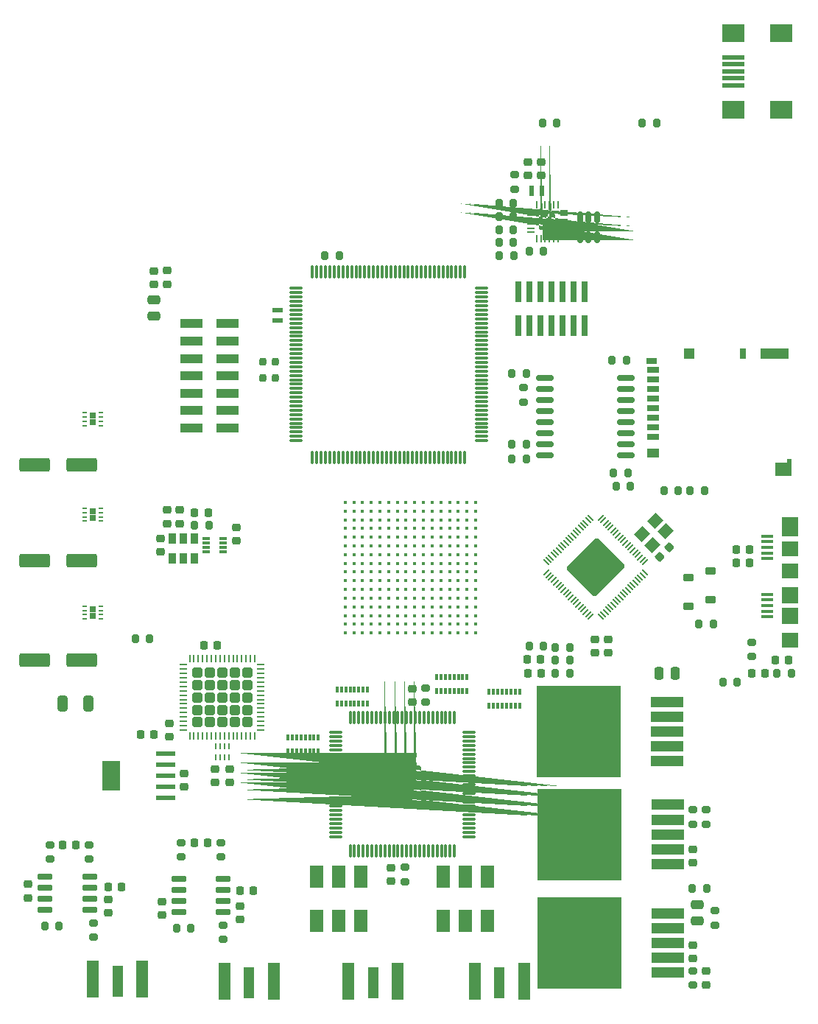
<source format=gbr>
%TF.GenerationSoftware,KiCad,Pcbnew,7.0.2*%
%TF.CreationDate,2024-03-22T17:28:18-04:00*%
%TF.ProjectId,MR-Core,4d522d43-6f72-4652-9e6b-696361645f70,rev?*%
%TF.SameCoordinates,Original*%
%TF.FileFunction,Paste,Top*%
%TF.FilePolarity,Positive*%
%FSLAX46Y46*%
G04 Gerber Fmt 4.6, Leading zero omitted, Abs format (unit mm)*
G04 Created by KiCad (PCBNEW 7.0.2) date 2024-03-22 17:28:18*
%MOMM*%
%LPD*%
G01*
G04 APERTURE LIST*
G04 Aperture macros list*
%AMRoundRect*
0 Rectangle with rounded corners*
0 $1 Rounding radius*
0 $2 $3 $4 $5 $6 $7 $8 $9 X,Y pos of 4 corners*
0 Add a 4 corners polygon primitive as box body*
4,1,4,$2,$3,$4,$5,$6,$7,$8,$9,$2,$3,0*
0 Add four circle primitives for the rounded corners*
1,1,$1+$1,$2,$3*
1,1,$1+$1,$4,$5*
1,1,$1+$1,$6,$7*
1,1,$1+$1,$8,$9*
0 Add four rect primitives between the rounded corners*
20,1,$1+$1,$2,$3,$4,$5,0*
20,1,$1+$1,$4,$5,$6,$7,0*
20,1,$1+$1,$6,$7,$8,$9,0*
20,1,$1+$1,$8,$9,$2,$3,0*%
%AMRotRect*
0 Rectangle, with rotation*
0 The origin of the aperture is its center*
0 $1 length*
0 $2 width*
0 $3 Rotation angle, in degrees counterclockwise*
0 Add horizontal line*
21,1,$1,$2,0,0,$3*%
%AMFreePoly0*
4,1,57,0.310454,0.500914,0.314650,0.501215,0.316895,0.499988,0.322751,0.499147,0.347130,0.483479,0.372568,0.469589,0.469589,0.372568,0.482119,0.355828,0.485300,0.353073,0.486021,0.350617,0.489565,0.345883,0.495723,0.317573,0.503891,0.289756,0.503891,-0.289756,0.500914,-0.310455,0.501215,-0.314651,0.499988,-0.316896,0.499147,-0.322751,0.483480,-0.347128,0.469589,-0.372568,
0.372568,-0.469589,0.355826,-0.482121,0.353073,-0.485300,0.350618,-0.486020,0.345883,-0.489566,0.317566,-0.495725,0.289756,-0.503891,-0.289756,-0.503891,-0.310455,-0.500914,-0.314651,-0.501215,-0.316896,-0.499988,-0.322751,-0.499147,-0.347128,-0.483480,-0.372568,-0.469589,-0.469589,-0.372568,-0.482121,-0.355826,-0.485300,-0.353073,-0.486020,-0.350618,-0.489566,-0.345883,-0.495725,-0.317566,
-0.503891,-0.289756,-0.503891,0.289756,-0.500914,0.310454,-0.501215,0.314650,-0.499988,0.316895,-0.499147,0.322751,-0.483479,0.347130,-0.469589,0.372568,-0.372568,0.469589,-0.355828,0.482119,-0.353073,0.485300,-0.350617,0.486021,-0.345883,0.489565,-0.317573,0.495723,-0.289756,0.503891,0.289756,0.503891,0.310454,0.500914,0.310454,0.500914,$1*%
%AMFreePoly1*
4,1,57,0.211049,0.458455,0.230584,0.458455,0.247503,0.448686,0.266375,0.443630,0.280189,0.429815,0.297109,0.420047,0.420048,0.297109,0.429817,0.280187,0.443630,0.266375,0.448686,0.247503,0.458455,0.230584,0.458455,0.211048,0.463512,0.192176,0.463512,-0.192176,0.458455,-0.211048,0.458455,-0.230584,0.448686,-0.247503,0.443630,-0.266375,0.429817,-0.280187,0.420048,-0.297109,
0.297109,-0.420047,0.280189,-0.429815,0.266375,-0.443630,0.247503,-0.448686,0.230584,-0.458455,0.211049,-0.458455,0.192176,-0.463512,-0.192176,-0.463512,-0.211049,-0.458455,-0.230584,-0.458455,-0.247503,-0.448686,-0.266375,-0.443630,-0.280187,-0.429817,-0.297109,-0.420048,-0.420047,-0.297109,-0.429815,-0.280189,-0.443630,-0.266375,-0.448686,-0.247503,-0.458455,-0.230584,-0.458455,-0.211048,
-0.463512,-0.192176,-0.463512,0.192176,-0.458455,0.211048,-0.458455,0.230584,-0.448686,0.247503,-0.443630,0.266375,-0.429815,0.280189,-0.420047,0.297109,-0.297109,0.420048,-0.280187,0.429817,-0.266375,0.443630,-0.247503,0.448686,-0.230584,0.458455,-0.211049,0.458455,-0.192176,0.463512,0.192176,0.463512,0.211049,0.458455,0.211049,0.458455,$1*%
G04 Aperture macros list end*
%ADD10RoundRect,0.225000X0.225000X0.250000X-0.225000X0.250000X-0.225000X-0.250000X0.225000X-0.250000X0*%
%ADD11R,3.700000X1.150000*%
%ADD12R,9.750000X10.500000*%
%ADD13RoundRect,0.150000X-0.875000X-0.150000X0.875000X-0.150000X0.875000X0.150000X-0.875000X0.150000X0*%
%ADD14RoundRect,0.200000X-0.200000X-0.275000X0.200000X-0.275000X0.200000X0.275000X-0.200000X0.275000X0*%
%ADD15RoundRect,0.200000X-0.275000X0.200000X-0.275000X-0.200000X0.275000X-0.200000X0.275000X0.200000X0*%
%ADD16R,1.400000X0.700000*%
%ADD17R,1.200000X0.700000*%
%ADD18R,0.800000X1.200000*%
%ADD19R,1.900000X1.500000*%
%ADD20RotRect,0.200000X0.200000X135.000000*%
%ADD21R,0.500000X0.500000*%
%ADD22R,1.400000X1.000000*%
%ADD23R,1.200000X1.200000*%
%ADD24R,3.200000X1.200000*%
%ADD25RoundRect,0.225000X-0.225000X-0.250000X0.225000X-0.250000X0.225000X0.250000X-0.225000X0.250000X0*%
%ADD26R,1.270000X3.600000*%
%ADD27R,1.350000X4.200000*%
%ADD28RoundRect,0.218750X-0.218750X-0.256250X0.218750X-0.256250X0.218750X0.256250X-0.218750X0.256250X0*%
%ADD29RoundRect,0.225000X-0.250000X0.225000X-0.250000X-0.225000X0.250000X-0.225000X0.250000X0.225000X0*%
%ADD30RoundRect,0.200000X0.275000X-0.200000X0.275000X0.200000X-0.275000X0.200000X-0.275000X-0.200000X0*%
%ADD31RoundRect,0.250000X0.475000X-0.250000X0.475000X0.250000X-0.475000X0.250000X-0.475000X-0.250000X0*%
%ADD32R,2.500000X0.500000*%
%ADD33R,2.500000X2.000000*%
%ADD34RoundRect,0.225000X0.017678X-0.335876X0.335876X-0.017678X-0.017678X0.335876X-0.335876X0.017678X0*%
%ADD35RoundRect,0.200000X0.200000X0.275000X-0.200000X0.275000X-0.200000X-0.275000X0.200000X-0.275000X0*%
%ADD36RoundRect,0.225000X0.250000X-0.225000X0.250000X0.225000X-0.250000X0.225000X-0.250000X-0.225000X0*%
%ADD37RoundRect,0.250000X-0.250000X-0.475000X0.250000X-0.475000X0.250000X0.475000X-0.250000X0.475000X0*%
%ADD38RoundRect,0.250000X1.500000X0.550000X-1.500000X0.550000X-1.500000X-0.550000X1.500000X-0.550000X0*%
%ADD39RoundRect,0.225000X0.375000X-0.225000X0.375000X0.225000X-0.375000X0.225000X-0.375000X-0.225000X0*%
%ADD40R,0.300000X0.800000*%
%ADD41RoundRect,0.250001X3.100662X0.144957X0.144957X3.100662X-3.100662X-0.144957X-0.144957X-3.100662X0*%
%ADD42RoundRect,0.050000X0.309359X-0.238649X-0.238649X0.309359X-0.309359X0.238649X0.238649X-0.309359X0*%
%ADD43RoundRect,0.050000X0.309359X0.238649X0.238649X0.309359X-0.309359X-0.238649X-0.238649X-0.309359X0*%
%ADD44R,0.600000X1.200000*%
%ADD45R,0.890000X1.290000*%
%ADD46FreePoly0,90.000000*%
%ADD47RoundRect,0.075000X0.075000X-0.662500X0.075000X0.662500X-0.075000X0.662500X-0.075000X-0.662500X0*%
%ADD48RoundRect,0.075000X0.662500X-0.075000X0.662500X0.075000X-0.662500X0.075000X-0.662500X-0.075000X0*%
%ADD49R,0.750000X0.650000*%
%ADD50R,0.500000X0.250000*%
%ADD51R,1.350000X0.400000*%
%ADD52R,1.900000X1.800000*%
%ADD53R,1.900000X1.900000*%
%ADD54R,1.900000X2.300000*%
%ADD55R,2.580000X1.000000*%
%ADD56RoundRect,0.200000X-0.200000X-0.250000X0.200000X-0.250000X0.200000X0.250000X-0.200000X0.250000X0*%
%ADD57RoundRect,0.218750X-0.256250X0.218750X-0.256250X-0.218750X0.256250X-0.218750X0.256250X0.218750X0*%
%ADD58RoundRect,0.218750X0.218750X0.256250X-0.218750X0.256250X-0.218750X-0.256250X0.218750X-0.256250X0*%
%ADD59R,1.200000X0.600000*%
%ADD60R,0.280000X0.640000*%
%ADD61RoundRect,0.150000X0.725000X0.150000X-0.725000X0.150000X-0.725000X-0.150000X0.725000X-0.150000X0*%
%ADD62R,0.850000X0.300000*%
%ADD63FreePoly1,270.000000*%
%ADD64RoundRect,0.062500X-0.062500X0.375000X-0.062500X-0.375000X0.062500X-0.375000X0.062500X0.375000X0*%
%ADD65RoundRect,0.062500X-0.375000X0.062500X-0.375000X-0.062500X0.375000X-0.062500X0.375000X0.062500X0*%
%ADD66RoundRect,0.250000X0.325000X0.650000X-0.325000X0.650000X-0.325000X-0.650000X0.325000X-0.650000X0*%
%ADD67RoundRect,0.250000X0.325000X-0.325000X0.325000X0.325000X-0.325000X0.325000X-0.325000X-0.325000X0*%
%ADD68RoundRect,0.062500X0.062500X-0.375000X0.062500X0.375000X-0.062500X0.375000X-0.062500X-0.375000X0*%
%ADD69RoundRect,0.062500X0.375000X-0.062500X0.375000X0.062500X-0.375000X0.062500X-0.375000X-0.062500X0*%
%ADD70RoundRect,0.150000X-0.150000X0.512500X-0.150000X-0.512500X0.150000X-0.512500X0.150000X0.512500X0*%
%ADD71R,1.650000X2.540000*%
%ADD72R,2.200000X0.600000*%
%ADD73R,2.150000X3.450000*%
%ADD74R,0.740000X2.400000*%
%ADD75C,0.400000*%
%ADD76RoundRect,0.075000X-0.662500X-0.075000X0.662500X-0.075000X0.662500X0.075000X-0.662500X0.075000X0*%
%ADD77RoundRect,0.075000X-0.075000X-0.662500X0.075000X-0.662500X0.075000X0.662500X-0.075000X0.662500X0*%
%ADD78RotRect,1.400000X1.200000X225.000000*%
G04 APERTURE END LIST*
D10*
%TO.C,C104*%
X179025000Y-93750000D03*
X177475000Y-93750000D03*
%TD*%
D11*
%TO.C,U19*%
X169600000Y-140900000D03*
X169600000Y-139200000D03*
X169600000Y-137500000D03*
X169600000Y-135800000D03*
X169600000Y-134100000D03*
D12*
X159425000Y-137500000D03*
%TD*%
D13*
%TO.C,U15*%
X155500000Y-72495429D03*
X155500000Y-73765429D03*
X155500000Y-75035429D03*
X155500000Y-76305429D03*
X155500000Y-77575429D03*
X155500000Y-78845429D03*
X155500000Y-80115429D03*
X155500000Y-81385429D03*
X164800000Y-81385429D03*
X164800000Y-80115429D03*
X164800000Y-78845429D03*
X164800000Y-77575429D03*
X164800000Y-76305429D03*
X164800000Y-75035429D03*
X164800000Y-73765429D03*
X164800000Y-72495429D03*
%TD*%
D14*
%TO.C,R23*%
X97950000Y-135500000D03*
X99600000Y-135500000D03*
%TD*%
D15*
%TO.C,R17*%
X113675000Y-125925000D03*
X113675000Y-127575000D03*
%TD*%
D16*
%TO.C,J24*%
X167875000Y-79275000D03*
X167875000Y-78175000D03*
X167875000Y-77075000D03*
X167875000Y-75975000D03*
X167875000Y-74875000D03*
X167875000Y-73775000D03*
X167875000Y-72675000D03*
X167875000Y-71575000D03*
D17*
X167775000Y-70625000D03*
D18*
X178275000Y-69775000D03*
D19*
X182875000Y-83075000D03*
D20*
X183325000Y-82325000D03*
D21*
X183575000Y-82075000D03*
D22*
X167875000Y-81175000D03*
D23*
X172075000Y-69775000D03*
D24*
X181875000Y-69775000D03*
%TD*%
D25*
%TO.C,C103*%
X181975000Y-105000000D03*
X183525000Y-105000000D03*
%TD*%
D26*
%TO.C,J17*%
X135700000Y-142087500D03*
D27*
X132875000Y-141887500D03*
X138525000Y-141887500D03*
%TD*%
D28*
%TO.C,D4*%
X179212500Y-106500000D03*
X180787500Y-106500000D03*
%TD*%
D14*
%TO.C,R37*%
X150175000Y-54000000D03*
X151825000Y-54000000D03*
%TD*%
D29*
%TO.C,C125*%
X161250000Y-102570429D03*
X161250000Y-104120429D03*
%TD*%
D15*
%TO.C,R54*%
X153000000Y-73675000D03*
X153000000Y-75325000D03*
%TD*%
D29*
%TO.C,C91*%
X96000000Y-130725000D03*
X96000000Y-132275000D03*
%TD*%
D30*
%TO.C,R60*%
X179250000Y-104575000D03*
X179250000Y-102925000D03*
%TD*%
D31*
%TO.C,C155*%
X110500000Y-65450000D03*
X110500000Y-63550000D03*
%TD*%
D32*
%TO.C,J23*%
X177125000Y-38900000D03*
X177125000Y-38100000D03*
X177125000Y-37300000D03*
X177125000Y-36500000D03*
X177125000Y-35700000D03*
D33*
X177125000Y-41700000D03*
X182625000Y-41700000D03*
X177125000Y-32900000D03*
X182625000Y-32900000D03*
%TD*%
D25*
%TO.C,C190*%
X115200000Y-88000000D03*
X116750000Y-88000000D03*
%TD*%
D34*
%TO.C,C106*%
X168701992Y-93143437D03*
X169798008Y-92047421D03*
%TD*%
D35*
%TO.C,R56*%
X173825000Y-85500000D03*
X172175000Y-85500000D03*
%TD*%
D36*
%TO.C,C191*%
X112000000Y-89275000D03*
X112000000Y-87725000D03*
%TD*%
D37*
%TO.C,C136*%
X168550000Y-106500000D03*
X170450000Y-106500000D03*
%TD*%
D14*
%TO.C,R77*%
X163175000Y-70500000D03*
X164825000Y-70500000D03*
%TD*%
D30*
%TO.C,R99*%
X172500000Y-123825000D03*
X172500000Y-122175000D03*
%TD*%
D28*
%TO.C,D9*%
X153412500Y-104900000D03*
X154987500Y-104900000D03*
%TD*%
D15*
%TO.C,R12*%
X141750000Y-108175000D03*
X141750000Y-109825000D03*
%TD*%
D14*
%TO.C,R78*%
X151675000Y-81845429D03*
X153325000Y-81845429D03*
%TD*%
D38*
%TO.C,C138*%
X102200000Y-82500000D03*
X96800000Y-82500000D03*
%TD*%
D35*
%TO.C,R59*%
X174825000Y-100845429D03*
X173175000Y-100845429D03*
%TD*%
D30*
%TO.C,RBIAS1*%
X139400000Y-130425000D03*
X139400000Y-128775000D03*
%TD*%
D39*
%TO.C,D2*%
X172000000Y-98745429D03*
X172000000Y-95445429D03*
%TD*%
D26*
%TO.C,J18*%
X150250000Y-142087500D03*
D27*
X147425000Y-141887500D03*
X153075000Y-141887500D03*
%TD*%
D35*
%TO.C,R57*%
X170825000Y-85500000D03*
X169175000Y-85500000D03*
%TD*%
D10*
%TO.C,C158*%
X110500000Y-113500000D03*
X108950000Y-113500000D03*
%TD*%
D29*
%TO.C,C192*%
X111250000Y-90975000D03*
X111250000Y-92525000D03*
%TD*%
D14*
%TO.C,R96*%
X172425000Y-131250000D03*
X174075000Y-131250000D03*
%TD*%
D40*
%TO.C,RN3*%
X129420000Y-115482929D03*
X128920000Y-115482929D03*
X128420000Y-115482929D03*
X127920000Y-115482929D03*
X127420000Y-115482929D03*
X126920000Y-115482929D03*
X126420000Y-115482929D03*
X125920000Y-115482929D03*
X125920000Y-113882929D03*
X126420000Y-113882929D03*
X126920000Y-113882929D03*
X127420000Y-113882929D03*
X127920000Y-113882929D03*
X128420000Y-113882929D03*
X128920000Y-113882929D03*
X129420000Y-113882929D03*
%TD*%
D41*
%TO.C,U6*%
X161300000Y-94319002D03*
D42*
X161892202Y-100002373D03*
X162175045Y-99719530D03*
X162457887Y-99436687D03*
X162740730Y-99153845D03*
X163023573Y-98871002D03*
X163306415Y-98588159D03*
X163589258Y-98305316D03*
X163872101Y-98022474D03*
X164154944Y-97739631D03*
X164437786Y-97456788D03*
X164720629Y-97173946D03*
X165003472Y-96891103D03*
X165286314Y-96608260D03*
X165569157Y-96325417D03*
X165852000Y-96042575D03*
X166134843Y-95759732D03*
X166417685Y-95476889D03*
X166700528Y-95194047D03*
X166983371Y-94911204D03*
D43*
X166983371Y-93726800D03*
X166700528Y-93443957D03*
X166417685Y-93161115D03*
X166134843Y-92878272D03*
X165852000Y-92595429D03*
X165569157Y-92312587D03*
X165286314Y-92029744D03*
X165003472Y-91746901D03*
X164720629Y-91464058D03*
X164437786Y-91181216D03*
X164154944Y-90898373D03*
X163872101Y-90615530D03*
X163589258Y-90332688D03*
X163306415Y-90049845D03*
X163023573Y-89767002D03*
X162740730Y-89484159D03*
X162457887Y-89201317D03*
X162175045Y-88918474D03*
X161892202Y-88635631D03*
D42*
X160707798Y-88635631D03*
X160424955Y-88918474D03*
X160142113Y-89201317D03*
X159859270Y-89484159D03*
X159576427Y-89767002D03*
X159293585Y-90049845D03*
X159010742Y-90332688D03*
X158727899Y-90615530D03*
X158445056Y-90898373D03*
X158162214Y-91181216D03*
X157879371Y-91464058D03*
X157596528Y-91746901D03*
X157313686Y-92029744D03*
X157030843Y-92312587D03*
X156748000Y-92595429D03*
X156465157Y-92878272D03*
X156182315Y-93161115D03*
X155899472Y-93443957D03*
X155616629Y-93726800D03*
D43*
X155616629Y-94911204D03*
X155899472Y-95194047D03*
X156182315Y-95476889D03*
X156465157Y-95759732D03*
X156748000Y-96042575D03*
X157030843Y-96325417D03*
X157313686Y-96608260D03*
X157596528Y-96891103D03*
X157879371Y-97173946D03*
X158162214Y-97456788D03*
X158445056Y-97739631D03*
X158727899Y-98022474D03*
X159010742Y-98305316D03*
X159293585Y-98588159D03*
X159576427Y-98871002D03*
X159859270Y-99153845D03*
X160142113Y-99436687D03*
X160424955Y-99719530D03*
X160707798Y-100002373D03*
%TD*%
D44*
%TO.C,Y1*%
X155100000Y-51000000D03*
X153900000Y-51000000D03*
%TD*%
D29*
%TO.C,C95*%
X119250000Y-117475000D03*
X119250000Y-119025000D03*
%TD*%
D36*
%TO.C,C6*%
X112250000Y-113775000D03*
X112250000Y-112225000D03*
%TD*%
D29*
%TO.C,C197*%
X110500000Y-60225000D03*
X110500000Y-61775000D03*
%TD*%
D14*
%TO.C,R21*%
X113100000Y-135750000D03*
X114750000Y-135750000D03*
%TD*%
D45*
%TO.C,U3*%
X112660000Y-93250000D03*
X113930000Y-93250000D03*
X115200000Y-93250000D03*
X115200000Y-91000000D03*
X113930000Y-91000000D03*
X112660000Y-91000000D03*
%TD*%
D35*
%TO.C,R81*%
X153325000Y-80190429D03*
X151675000Y-80190429D03*
%TD*%
D14*
%TO.C,R36*%
X150175000Y-52500000D03*
X151825000Y-52500000D03*
%TD*%
D26*
%TO.C,J8*%
X106325000Y-141837500D03*
D27*
X103500000Y-141637500D03*
X109150000Y-141637500D03*
%TD*%
D38*
%TO.C,C202*%
X102200000Y-105000000D03*
X96800000Y-105000000D03*
%TD*%
D30*
%TO.C,R22*%
X103525000Y-136825000D03*
X103525000Y-135175000D03*
%TD*%
D46*
%TO.C,U1*%
X137382500Y-120957929D03*
X138507500Y-120957929D03*
X139632500Y-120957929D03*
X140757500Y-120957929D03*
X137382500Y-119832929D03*
X138507500Y-119832929D03*
X139632500Y-119832929D03*
X140757500Y-119832929D03*
X137382500Y-118707929D03*
X138507500Y-118707929D03*
X139632500Y-118707929D03*
X140757500Y-118707929D03*
X137382500Y-117582929D03*
X138507500Y-117582929D03*
X139632500Y-117582929D03*
X140757500Y-117582929D03*
D47*
X133070000Y-126932929D03*
X133570000Y-126932929D03*
X134070000Y-126932929D03*
X134570000Y-126932929D03*
X135070000Y-126932929D03*
X135570000Y-126932929D03*
X136070000Y-126932929D03*
X136570000Y-126932929D03*
X137070000Y-126932929D03*
X137570000Y-126932929D03*
X138070000Y-126932929D03*
X138570000Y-126932929D03*
X139070000Y-126932929D03*
X139570000Y-126932929D03*
X140070000Y-126932929D03*
X140570000Y-126932929D03*
X141070000Y-126932929D03*
X141570000Y-126932929D03*
X142070000Y-126932929D03*
X142570000Y-126932929D03*
X143070000Y-126932929D03*
X143570000Y-126932929D03*
X144070000Y-126932929D03*
X144570000Y-126932929D03*
X145070000Y-126932929D03*
D48*
X146732500Y-125270429D03*
X146732500Y-124770429D03*
X146732500Y-124270429D03*
X146732500Y-123770429D03*
X146732500Y-123270429D03*
X146732500Y-122770429D03*
X146732500Y-122270429D03*
X146732500Y-121770429D03*
X146732500Y-121270429D03*
X146732500Y-120770429D03*
X146732500Y-120270429D03*
X146732500Y-119770429D03*
X146732500Y-119270429D03*
X146732500Y-118770429D03*
X146732500Y-118270429D03*
X146732500Y-117770429D03*
X146732500Y-117270429D03*
X146732500Y-116770429D03*
X146732500Y-116270429D03*
X146732500Y-115770429D03*
X146732500Y-115270429D03*
X146732500Y-114770429D03*
X146732500Y-114270429D03*
X146732500Y-113770429D03*
X146732500Y-113270429D03*
D47*
X145070000Y-111607929D03*
X144570000Y-111607929D03*
X144070000Y-111607929D03*
X143570000Y-111607929D03*
X143070000Y-111607929D03*
X142570000Y-111607929D03*
X142070000Y-111607929D03*
X141570000Y-111607929D03*
X141070000Y-111607929D03*
X140570000Y-111607929D03*
X140070000Y-111607929D03*
X139570000Y-111607929D03*
X139070000Y-111607929D03*
X138570000Y-111607929D03*
X138070000Y-111607929D03*
X137570000Y-111607929D03*
X137070000Y-111607929D03*
X136570000Y-111607929D03*
X136070000Y-111607929D03*
X135570000Y-111607929D03*
X135070000Y-111607929D03*
X134570000Y-111607929D03*
X134070000Y-111607929D03*
X133570000Y-111607929D03*
X133070000Y-111607929D03*
D48*
X131407500Y-113270429D03*
X131407500Y-113770429D03*
X131407500Y-114270429D03*
X131407500Y-114770429D03*
X131407500Y-115270429D03*
X131407500Y-115770429D03*
X131407500Y-116270429D03*
X131407500Y-116770429D03*
X131407500Y-117270429D03*
X131407500Y-117770429D03*
X131407500Y-118270429D03*
X131407500Y-118770429D03*
X131407500Y-119270429D03*
X131407500Y-119770429D03*
X131407500Y-120270429D03*
X131407500Y-120770429D03*
X131407500Y-121270429D03*
X131407500Y-121770429D03*
X131407500Y-122270429D03*
X131407500Y-122770429D03*
X131407500Y-123270429D03*
X131407500Y-123770429D03*
X131407500Y-124270429D03*
X131407500Y-124770429D03*
X131407500Y-125270429D03*
%TD*%
D26*
%TO.C,J16*%
X121450000Y-142037500D03*
D27*
X118625000Y-141837500D03*
X124275000Y-141837500D03*
%TD*%
D35*
%TO.C,R31*%
X110000000Y-102500000D03*
X108350000Y-102500000D03*
%TD*%
D40*
%TO.C,RN4*%
X143020000Y-106932929D03*
X143520000Y-106932929D03*
X144020000Y-106932929D03*
X144520000Y-106932929D03*
X145020000Y-106932929D03*
X145520000Y-106932929D03*
X146020000Y-106932929D03*
X146520000Y-106932929D03*
X146520000Y-108532929D03*
X146020000Y-108532929D03*
X145520000Y-108532929D03*
X145020000Y-108532929D03*
X144520000Y-108532929D03*
X144020000Y-108532929D03*
X143520000Y-108532929D03*
X143020000Y-108532929D03*
%TD*%
D30*
%TO.C,R7*%
X118175000Y-127575000D03*
X118175000Y-125925000D03*
%TD*%
D49*
%TO.C,U27*%
X103500000Y-88650000D03*
X103500000Y-87850000D03*
D50*
X104450000Y-89000000D03*
X104450000Y-88500000D03*
X104450000Y-88000000D03*
X104450000Y-87500000D03*
X102550000Y-87500000D03*
X102550000Y-88000000D03*
X102550000Y-88500000D03*
X102550000Y-89000000D03*
%TD*%
D51*
%TO.C,J14*%
X181000000Y-100000000D03*
X181000000Y-99350000D03*
X181000000Y-98700000D03*
X181000000Y-98050000D03*
X181000000Y-97400000D03*
X181000000Y-93300000D03*
X181000000Y-92650000D03*
X181000000Y-92000000D03*
X181000000Y-91350000D03*
X181000000Y-90700000D03*
D52*
X183675000Y-102700000D03*
D53*
X183675000Y-99900000D03*
X183675000Y-97500000D03*
D52*
X183675000Y-94700000D03*
X183675000Y-92200000D03*
D54*
X183675000Y-89600000D03*
%TD*%
D55*
%TO.C,J13*%
X118985000Y-78300000D03*
X114815000Y-78300000D03*
X118985000Y-76300000D03*
X114815000Y-76300000D03*
X118985000Y-74300000D03*
X114815000Y-74300000D03*
X118985000Y-72300000D03*
X114815000Y-72300000D03*
X118985000Y-70300000D03*
X114815000Y-70300000D03*
X118985000Y-68300000D03*
X114815000Y-68300000D03*
X118985000Y-66300000D03*
X114815000Y-66300000D03*
%TD*%
D35*
%TO.C,R47*%
X158325000Y-103500000D03*
X156675000Y-103500000D03*
%TD*%
D40*
%TO.C,RN6*%
X131570000Y-108332929D03*
X132070000Y-108332929D03*
X132570000Y-108332929D03*
X133070000Y-108332929D03*
X133570000Y-108332929D03*
X134070000Y-108332929D03*
X134570000Y-108332929D03*
X135070000Y-108332929D03*
X135070000Y-109932929D03*
X134570000Y-109932929D03*
X134070000Y-109932929D03*
X133570000Y-109932929D03*
X133070000Y-109932929D03*
X132570000Y-109932929D03*
X132070000Y-109932929D03*
X131570000Y-109932929D03*
%TD*%
D30*
%TO.C,R95*%
X175000000Y-135425000D03*
X175000000Y-133775000D03*
%TD*%
D14*
%TO.C,R80*%
X163350000Y-83500000D03*
X165000000Y-83500000D03*
%TD*%
D11*
%TO.C,U20*%
X169500000Y-116600000D03*
X169500000Y-114900000D03*
X169500000Y-113200000D03*
X169500000Y-111500000D03*
X169500000Y-109800000D03*
D12*
X159325000Y-113200000D03*
%TD*%
D36*
%TO.C,C11*%
X172500000Y-128275000D03*
X172500000Y-126725000D03*
%TD*%
D56*
%TO.C,X1*%
X123025000Y-70650000D03*
X123025000Y-72500000D03*
X124475000Y-72500000D03*
X124475000Y-70650000D03*
%TD*%
D35*
%TO.C,R51*%
X158325000Y-106500000D03*
X156675000Y-106500000D03*
%TD*%
D15*
%TO.C,R19*%
X98525000Y-126175000D03*
X98525000Y-127825000D03*
%TD*%
D29*
%TO.C,C124*%
X162750000Y-102570429D03*
X162750000Y-104120429D03*
%TD*%
D35*
%TO.C,R76*%
X158325000Y-105000000D03*
X156675000Y-105000000D03*
%TD*%
D57*
%TO.C,D7*%
X112000000Y-60212500D03*
X112000000Y-61787500D03*
%TD*%
D14*
%TO.C,R35*%
X150175000Y-55500000D03*
X151825000Y-55500000D03*
%TD*%
D58*
%TO.C,D8*%
X155075000Y-106500000D03*
X153500000Y-106500000D03*
%TD*%
D11*
%TO.C,U21*%
X169600000Y-128400000D03*
X169600000Y-126700000D03*
X169600000Y-125000000D03*
X169600000Y-123300000D03*
X169600000Y-121600000D03*
D12*
X159425000Y-125000000D03*
%TD*%
D59*
%TO.C,Y3*%
X124750000Y-65950000D03*
X124750000Y-64750000D03*
%TD*%
D36*
%TO.C,C157*%
X114000000Y-119550000D03*
X114000000Y-118000000D03*
%TD*%
D60*
%TO.C,C8*%
X117600000Y-116135000D03*
X118100000Y-116135000D03*
X118600000Y-116135000D03*
X119100000Y-116135000D03*
X119100000Y-114865000D03*
X118600000Y-114865000D03*
X118100000Y-114865000D03*
X117600000Y-114865000D03*
%TD*%
D14*
%TO.C,R93*%
X155175000Y-43250000D03*
X156825000Y-43250000D03*
%TD*%
D61*
%TO.C,U8*%
X103100000Y-133655000D03*
X103100000Y-132385000D03*
X103100000Y-131115000D03*
X103100000Y-129845000D03*
X97950000Y-129845000D03*
X97950000Y-131115000D03*
X97950000Y-132385000D03*
X97950000Y-133655000D03*
%TD*%
D62*
%TO.C,U7*%
X116550000Y-91000000D03*
X116550000Y-91500000D03*
X116550000Y-92000000D03*
X116550000Y-92500000D03*
X118450000Y-92500000D03*
X118450000Y-92000000D03*
X118450000Y-91500000D03*
X118450000Y-91000000D03*
%TD*%
D63*
%TO.C,U13*%
X156250000Y-54062500D03*
X155250000Y-54062500D03*
X156250000Y-55062500D03*
X155250000Y-55062500D03*
D64*
X157000000Y-52625000D03*
X156500000Y-52625000D03*
X156000000Y-52625000D03*
X155500000Y-52625000D03*
X155000000Y-52625000D03*
X154500000Y-52625000D03*
D65*
X153812500Y-53312500D03*
X153812500Y-53812500D03*
X153812500Y-54312500D03*
X153812500Y-54812500D03*
X153812500Y-55312500D03*
X153812500Y-55812500D03*
D64*
X154500000Y-56500000D03*
X155000000Y-56500000D03*
X155500000Y-56500000D03*
X156000000Y-56500000D03*
X156500000Y-56500000D03*
X157000000Y-56500000D03*
D65*
X157687500Y-55812500D03*
X157687500Y-55312500D03*
X157687500Y-54812500D03*
X157687500Y-54312500D03*
X157687500Y-53812500D03*
X157687500Y-53312500D03*
%TD*%
D35*
%TO.C,R6*%
X116825000Y-89500000D03*
X115175000Y-89500000D03*
%TD*%
D15*
%TO.C,R100*%
X174000000Y-122175000D03*
X174000000Y-123825000D03*
%TD*%
D14*
%TO.C,R34*%
X150175000Y-57000000D03*
X151825000Y-57000000D03*
%TD*%
D66*
%TO.C,C201*%
X102950000Y-110000000D03*
X100000000Y-110000000D03*
%TD*%
D67*
%TO.C,U5*%
X115502500Y-112110000D03*
X116932500Y-112110000D03*
X118362500Y-112110000D03*
X119792500Y-112110000D03*
X121222500Y-112110000D03*
X115502500Y-110680000D03*
X116932500Y-110680000D03*
X118362500Y-110680000D03*
X119792500Y-110680000D03*
X121222500Y-110680000D03*
X115502500Y-109250000D03*
X116932500Y-109250000D03*
X118362500Y-109250000D03*
X119792500Y-109250000D03*
X121222500Y-109250000D03*
X115502500Y-107820000D03*
X116932500Y-107820000D03*
X118362500Y-107820000D03*
X119792500Y-107820000D03*
X121222500Y-107820000D03*
X115502500Y-106390000D03*
X116932500Y-106390000D03*
X118362500Y-106390000D03*
X119792500Y-106390000D03*
X121222500Y-106390000D03*
D68*
X114612500Y-113687500D03*
X115112500Y-113687500D03*
X115612500Y-113687500D03*
X116112500Y-113687500D03*
X116612500Y-113687500D03*
X117112500Y-113687500D03*
X117612500Y-113687500D03*
X118112500Y-113687500D03*
X118612500Y-113687500D03*
X119112500Y-113687500D03*
X119612500Y-113687500D03*
X120112500Y-113687500D03*
X120612500Y-113687500D03*
X121112500Y-113687500D03*
X121612500Y-113687500D03*
X122112500Y-113687500D03*
D69*
X122800000Y-113000000D03*
X122800000Y-112500000D03*
X122800000Y-112000000D03*
X122800000Y-111500000D03*
X122800000Y-111000000D03*
X122800000Y-110500000D03*
X122800000Y-110000000D03*
X122800000Y-109500000D03*
X122800000Y-109000000D03*
X122800000Y-108500000D03*
X122800000Y-108000000D03*
X122800000Y-107500000D03*
X122800000Y-107000000D03*
X122800000Y-106500000D03*
X122800000Y-106000000D03*
X122800000Y-105500000D03*
D68*
X122112500Y-104812500D03*
X121612500Y-104812500D03*
X121112500Y-104812500D03*
X120612500Y-104812500D03*
X120112500Y-104812500D03*
X119612500Y-104812500D03*
X119112500Y-104812500D03*
X118612500Y-104812500D03*
X118112500Y-104812500D03*
X117612500Y-104812500D03*
X117112500Y-104812500D03*
X116612500Y-104812500D03*
X116112500Y-104812500D03*
X115612500Y-104812500D03*
X115112500Y-104812500D03*
X114612500Y-104812500D03*
D69*
X113925000Y-105500000D03*
X113925000Y-106000000D03*
X113925000Y-106500000D03*
X113925000Y-107000000D03*
X113925000Y-107500000D03*
X113925000Y-108000000D03*
X113925000Y-108500000D03*
X113925000Y-109000000D03*
X113925000Y-109500000D03*
X113925000Y-110000000D03*
X113925000Y-110500000D03*
X113925000Y-111000000D03*
X113925000Y-111500000D03*
X113925000Y-112000000D03*
X113925000Y-112500000D03*
X113925000Y-113000000D03*
%TD*%
D14*
%TO.C,R46*%
X130175000Y-58500000D03*
X131825000Y-58500000D03*
%TD*%
D70*
%TO.C,U17*%
X161450000Y-54112500D03*
X160500000Y-54112500D03*
X159550000Y-54112500D03*
X159550000Y-56387500D03*
X160500000Y-56387500D03*
X161450000Y-56387500D03*
%TD*%
D36*
%TO.C,C203*%
X155000000Y-49275000D03*
X155000000Y-47725000D03*
%TD*%
D39*
%TO.C,D3*%
X174500000Y-97995429D03*
X174500000Y-94695429D03*
%TD*%
D71*
%TO.C,TR1*%
X148820000Y-129855429D03*
X146280000Y-129855429D03*
X143740000Y-129855429D03*
X143740000Y-134935429D03*
X146280000Y-134935429D03*
X148820000Y-134935429D03*
%TD*%
D72*
%TO.C,U16*%
X111887500Y-120790000D03*
X111887500Y-119520000D03*
X111887500Y-118250000D03*
X111887500Y-116980000D03*
X111887500Y-115710000D03*
D73*
X105587500Y-118250000D03*
%TD*%
D31*
%TO.C,C135*%
X173000000Y-134950000D03*
X173000000Y-133050000D03*
%TD*%
D35*
%TO.C,R53*%
X165325000Y-85000000D03*
X163675000Y-85000000D03*
%TD*%
D38*
%TO.C,C196*%
X102200000Y-93500000D03*
X96800000Y-93500000D03*
%TD*%
D74*
%TO.C,J11*%
X152380000Y-66500000D03*
X152380000Y-62600000D03*
X153650000Y-66500000D03*
X153650000Y-62600000D03*
X154920000Y-66500000D03*
X154920000Y-62600000D03*
X156190000Y-66500000D03*
X156190000Y-62600000D03*
X157460000Y-66500000D03*
X157460000Y-62600000D03*
X158730000Y-66500000D03*
X158730000Y-62600000D03*
X160000000Y-66500000D03*
X160000000Y-62600000D03*
%TD*%
D36*
%TO.C,C204*%
X153500000Y-49275000D03*
X153500000Y-47725000D03*
%TD*%
D75*
%TO.C,U2*%
X132500000Y-86845429D03*
X133500000Y-86845429D03*
X134500000Y-86845429D03*
X135500000Y-86845429D03*
X136500000Y-86845429D03*
X137500000Y-86845429D03*
X138500000Y-86845429D03*
X139500000Y-86845429D03*
X140500000Y-86845429D03*
X141500000Y-86845429D03*
X142500000Y-86845429D03*
X143500000Y-86845429D03*
X144500000Y-86845429D03*
X145500000Y-86845429D03*
X146500000Y-86845429D03*
X147500000Y-86845429D03*
X132500000Y-87845429D03*
X133500000Y-87845429D03*
X134500000Y-87845429D03*
X135500000Y-87845429D03*
X136500000Y-87845429D03*
X137500000Y-87845429D03*
X138500000Y-87845429D03*
X139500000Y-87845429D03*
X140500000Y-87845429D03*
X141500000Y-87845429D03*
X142500000Y-87845429D03*
X143500000Y-87845429D03*
X144500000Y-87845429D03*
X145500000Y-87845429D03*
X146500000Y-87845429D03*
X147500000Y-87845429D03*
X132500000Y-88845429D03*
X133500000Y-88845429D03*
X134500000Y-88845429D03*
X135500000Y-88845429D03*
X136500000Y-88845429D03*
X137500000Y-88845429D03*
X138500000Y-88845429D03*
X139500000Y-88845429D03*
X140500000Y-88845429D03*
X141500000Y-88845429D03*
X142500000Y-88845429D03*
X143500000Y-88845429D03*
X144500000Y-88845429D03*
X145500000Y-88845429D03*
X146500000Y-88845429D03*
X147500000Y-88845429D03*
X132500000Y-89845429D03*
X133500000Y-89845429D03*
X134500000Y-89845429D03*
X135500000Y-89845429D03*
X136500000Y-89845429D03*
X137500000Y-89845429D03*
X138500000Y-89845429D03*
X139500000Y-89845429D03*
X140500000Y-89845429D03*
X141500000Y-89845429D03*
X142500000Y-89845429D03*
X143500000Y-89845429D03*
X144500000Y-89845429D03*
X145500000Y-89845429D03*
X146500000Y-89845429D03*
X147500000Y-89845429D03*
X132500000Y-90845429D03*
X133500000Y-90845429D03*
X134500000Y-90845429D03*
X135500000Y-90845429D03*
X136500000Y-90845429D03*
X137500000Y-90845429D03*
X138500000Y-90845429D03*
X139500000Y-90845429D03*
X140500000Y-90845429D03*
X141500000Y-90845429D03*
X142500000Y-90845429D03*
X143500000Y-90845429D03*
X144500000Y-90845429D03*
X145500000Y-90845429D03*
X146500000Y-90845429D03*
X147500000Y-90845429D03*
X132500000Y-91845429D03*
X133500000Y-91845429D03*
X134500000Y-91845429D03*
X135500000Y-91845429D03*
X136500000Y-91845429D03*
X137500000Y-91845429D03*
X138500000Y-91845429D03*
X139500000Y-91845429D03*
X140500000Y-91845429D03*
X141500000Y-91845429D03*
X142500000Y-91845429D03*
X143500000Y-91845429D03*
X144500000Y-91845429D03*
X145500000Y-91845429D03*
X146500000Y-91845429D03*
X147500000Y-91845429D03*
X132500000Y-92845429D03*
X133500000Y-92845429D03*
X134500000Y-92845429D03*
X135500000Y-92845429D03*
X136500000Y-92845429D03*
X137500000Y-92845429D03*
X138500000Y-92845429D03*
X139500000Y-92845429D03*
X140500000Y-92845429D03*
X141500000Y-92845429D03*
X142500000Y-92845429D03*
X143500000Y-92845429D03*
X144500000Y-92845429D03*
X145500000Y-92845429D03*
X146500000Y-92845429D03*
X147500000Y-92845429D03*
X132500000Y-93845429D03*
X133500000Y-93845429D03*
X134500000Y-93845429D03*
X135500000Y-93845429D03*
X136500000Y-93845429D03*
X137500000Y-93845429D03*
X138500000Y-93845429D03*
X139500000Y-93845429D03*
X140500000Y-93845429D03*
X141500000Y-93845429D03*
X142500000Y-93845429D03*
X143500000Y-93845429D03*
X144500000Y-93845429D03*
X145500000Y-93845429D03*
X146500000Y-93845429D03*
X147500000Y-93845429D03*
X132500000Y-94845429D03*
X133500000Y-94845429D03*
X134500000Y-94845429D03*
X135500000Y-94845429D03*
X136500000Y-94845429D03*
X137500000Y-94845429D03*
X138500000Y-94845429D03*
X139500000Y-94845429D03*
X140500000Y-94845429D03*
X141500000Y-94845429D03*
X142500000Y-94845429D03*
X143500000Y-94845429D03*
X144500000Y-94845429D03*
X145500000Y-94845429D03*
X146500000Y-94845429D03*
X147500000Y-94845429D03*
X132500000Y-95845429D03*
X133500000Y-95845429D03*
X134500000Y-95845429D03*
X135500000Y-95845429D03*
X136500000Y-95845429D03*
X137500000Y-95845429D03*
X138500000Y-95845429D03*
X139500000Y-95845429D03*
X140500000Y-95845429D03*
X141500000Y-95845429D03*
X142500000Y-95845429D03*
X143500000Y-95845429D03*
X144500000Y-95845429D03*
X145500000Y-95845429D03*
X146500000Y-95845429D03*
X147500000Y-95845429D03*
X132500000Y-96845429D03*
X133500000Y-96845429D03*
X134500000Y-96845429D03*
X135500000Y-96845429D03*
X136500000Y-96845429D03*
X137500000Y-96845429D03*
X138500000Y-96845429D03*
X139500000Y-96845429D03*
X140500000Y-96845429D03*
X141500000Y-96845429D03*
X142500000Y-96845429D03*
X143500000Y-96845429D03*
X144500000Y-96845429D03*
X145500000Y-96845429D03*
X146500000Y-96845429D03*
X147500000Y-96845429D03*
X132500000Y-97845429D03*
X133500000Y-97845429D03*
X134500000Y-97845429D03*
X135500000Y-97845429D03*
X136500000Y-97845429D03*
X137500000Y-97845429D03*
X138500000Y-97845429D03*
X139500000Y-97845429D03*
X140500000Y-97845429D03*
X141500000Y-97845429D03*
X142500000Y-97845429D03*
X143500000Y-97845429D03*
X144500000Y-97845429D03*
X145500000Y-97845429D03*
X146500000Y-97845429D03*
X147500000Y-97845429D03*
X132500000Y-98845429D03*
X133500000Y-98845429D03*
X134500000Y-98845429D03*
X135500000Y-98845429D03*
X136500000Y-98845429D03*
X137500000Y-98845429D03*
X138500000Y-98845429D03*
X139500000Y-98845429D03*
X140500000Y-98845429D03*
X141500000Y-98845429D03*
X142500000Y-98845429D03*
X143500000Y-98845429D03*
X144500000Y-98845429D03*
X145500000Y-98845429D03*
X146500000Y-98845429D03*
X147500000Y-98845429D03*
X132500000Y-99845429D03*
X133500000Y-99845429D03*
X134500000Y-99845429D03*
X135500000Y-99845429D03*
X136500000Y-99845429D03*
X137500000Y-99845429D03*
X138500000Y-99845429D03*
X139500000Y-99845429D03*
X140500000Y-99845429D03*
X141500000Y-99845429D03*
X142500000Y-99845429D03*
X143500000Y-99845429D03*
X144500000Y-99845429D03*
X145500000Y-99845429D03*
X146500000Y-99845429D03*
X147500000Y-99845429D03*
X132500000Y-100845429D03*
X133500000Y-100845429D03*
X134500000Y-100845429D03*
X135500000Y-100845429D03*
X136500000Y-100845429D03*
X137500000Y-100845429D03*
X138500000Y-100845429D03*
X139500000Y-100845429D03*
X140500000Y-100845429D03*
X141500000Y-100845429D03*
X142500000Y-100845429D03*
X143500000Y-100845429D03*
X144500000Y-100845429D03*
X145500000Y-100845429D03*
X146500000Y-100845429D03*
X147500000Y-100845429D03*
X132500000Y-101845429D03*
X133500000Y-101845429D03*
X134500000Y-101845429D03*
X135500000Y-101845429D03*
X136500000Y-101845429D03*
X137500000Y-101845429D03*
X138500000Y-101845429D03*
X139500000Y-101845429D03*
X140500000Y-101845429D03*
X141500000Y-101845429D03*
X142500000Y-101845429D03*
X143500000Y-101845429D03*
X144500000Y-101845429D03*
X145500000Y-101845429D03*
X146500000Y-101845429D03*
X147500000Y-101845429D03*
%TD*%
D36*
%TO.C,C108*%
X120000000Y-91275000D03*
X120000000Y-89725000D03*
%TD*%
%TO.C,C134*%
X172500000Y-139275000D03*
X172500000Y-137725000D03*
%TD*%
D10*
%TO.C,C133*%
X121950000Y-131500000D03*
X120400000Y-131500000D03*
%TD*%
D71*
%TO.C,TR2*%
X134330000Y-129845429D03*
X131790000Y-129845429D03*
X129250000Y-129845429D03*
X129250000Y-134925429D03*
X131790000Y-134925429D03*
X134330000Y-134925429D03*
%TD*%
D10*
%TO.C,C94*%
X117775000Y-103250000D03*
X116225000Y-103250000D03*
%TD*%
D30*
%TO.C,R20*%
X118425000Y-137075000D03*
X118425000Y-135425000D03*
%TD*%
D29*
%TO.C,C10*%
X117500000Y-117475000D03*
X117500000Y-119025000D03*
%TD*%
D36*
%TO.C,C89*%
X111425000Y-134275000D03*
X111425000Y-132725000D03*
%TD*%
D14*
%TO.C,R94*%
X166675000Y-43250000D03*
X168325000Y-43250000D03*
%TD*%
D29*
%TO.C,C171*%
X174000000Y-140725000D03*
X174000000Y-142275000D03*
%TD*%
D14*
%TO.C,R79*%
X151675000Y-72000000D03*
X153325000Y-72000000D03*
%TD*%
D30*
%TO.C,R18*%
X103025000Y-127825000D03*
X103025000Y-126175000D03*
%TD*%
D61*
%TO.C,U4*%
X118500000Y-133905000D03*
X118500000Y-132635000D03*
X118500000Y-131365000D03*
X118500000Y-130095000D03*
X113350000Y-130095000D03*
X113350000Y-131365000D03*
X113350000Y-132635000D03*
X113350000Y-133905000D03*
%TD*%
D14*
%TO.C,R58*%
X175925000Y-107500000D03*
X177575000Y-107500000D03*
%TD*%
D49*
%TO.C,U22*%
X103500000Y-99900000D03*
X103500000Y-99100000D03*
D50*
X104450000Y-100250000D03*
X104450000Y-99750000D03*
X104450000Y-99250000D03*
X104450000Y-98750000D03*
X102550000Y-98750000D03*
X102550000Y-99250000D03*
X102550000Y-99750000D03*
X102550000Y-100250000D03*
%TD*%
D25*
%TO.C,C39*%
X100000000Y-126250000D03*
X101550000Y-126250000D03*
%TD*%
D76*
%TO.C,U9*%
X126837500Y-62250000D03*
X126837500Y-62750000D03*
X126837500Y-63250000D03*
X126837500Y-63750000D03*
X126837500Y-64250000D03*
X126837500Y-64750000D03*
X126837500Y-65250000D03*
X126837500Y-65750000D03*
X126837500Y-66250000D03*
X126837500Y-66750000D03*
X126837500Y-67250000D03*
X126837500Y-67750000D03*
X126837500Y-68250000D03*
X126837500Y-68750000D03*
X126837500Y-69250000D03*
X126837500Y-69750000D03*
X126837500Y-70250000D03*
X126837500Y-70750000D03*
X126837500Y-71250000D03*
X126837500Y-71750000D03*
X126837500Y-72250000D03*
X126837500Y-72750000D03*
X126837500Y-73250000D03*
X126837500Y-73750000D03*
X126837500Y-74250000D03*
X126837500Y-74750000D03*
X126837500Y-75250000D03*
X126837500Y-75750000D03*
X126837500Y-76250000D03*
X126837500Y-76750000D03*
X126837500Y-77250000D03*
X126837500Y-77750000D03*
X126837500Y-78250000D03*
X126837500Y-78750000D03*
X126837500Y-79250000D03*
X126837500Y-79750000D03*
D77*
X128750000Y-81662500D03*
X129250000Y-81662500D03*
X129750000Y-81662500D03*
X130250000Y-81662500D03*
X130750000Y-81662500D03*
X131250000Y-81662500D03*
X131750000Y-81662500D03*
X132250000Y-81662500D03*
X132750000Y-81662500D03*
X133250000Y-81662500D03*
X133750000Y-81662500D03*
X134250000Y-81662500D03*
X134750000Y-81662500D03*
X135250000Y-81662500D03*
X135750000Y-81662500D03*
X136250000Y-81662500D03*
X136750000Y-81662500D03*
X137250000Y-81662500D03*
X137750000Y-81662500D03*
X138250000Y-81662500D03*
X138750000Y-81662500D03*
X139250000Y-81662500D03*
X139750000Y-81662500D03*
X140250000Y-81662500D03*
X140750000Y-81662500D03*
X141250000Y-81662500D03*
X141750000Y-81662500D03*
X142250000Y-81662500D03*
X142750000Y-81662500D03*
X143250000Y-81662500D03*
X143750000Y-81662500D03*
X144250000Y-81662500D03*
X144750000Y-81662500D03*
X145250000Y-81662500D03*
X145750000Y-81662500D03*
X146250000Y-81662500D03*
D76*
X148162500Y-79750000D03*
X148162500Y-79250000D03*
X148162500Y-78750000D03*
X148162500Y-78250000D03*
X148162500Y-77750000D03*
X148162500Y-77250000D03*
X148162500Y-76750000D03*
X148162500Y-76250000D03*
X148162500Y-75750000D03*
X148162500Y-75250000D03*
X148162500Y-74750000D03*
X148162500Y-74250000D03*
X148162500Y-73750000D03*
X148162500Y-73250000D03*
X148162500Y-72750000D03*
X148162500Y-72250000D03*
X148162500Y-71750000D03*
X148162500Y-71250000D03*
X148162500Y-70750000D03*
X148162500Y-70250000D03*
X148162500Y-69750000D03*
X148162500Y-69250000D03*
X148162500Y-68750000D03*
X148162500Y-68250000D03*
X148162500Y-67750000D03*
X148162500Y-67250000D03*
X148162500Y-66750000D03*
X148162500Y-66250000D03*
X148162500Y-65750000D03*
X148162500Y-65250000D03*
X148162500Y-64750000D03*
X148162500Y-64250000D03*
X148162500Y-63750000D03*
X148162500Y-63250000D03*
X148162500Y-62750000D03*
X148162500Y-62250000D03*
D77*
X146250000Y-60337500D03*
X145750000Y-60337500D03*
X145250000Y-60337500D03*
X144750000Y-60337500D03*
X144250000Y-60337500D03*
X143750000Y-60337500D03*
X143250000Y-60337500D03*
X142750000Y-60337500D03*
X142250000Y-60337500D03*
X141750000Y-60337500D03*
X141250000Y-60337500D03*
X140750000Y-60337500D03*
X140250000Y-60337500D03*
X139750000Y-60337500D03*
X139250000Y-60337500D03*
X138750000Y-60337500D03*
X138250000Y-60337500D03*
X137750000Y-60337500D03*
X137250000Y-60337500D03*
X136750000Y-60337500D03*
X136250000Y-60337500D03*
X135750000Y-60337500D03*
X135250000Y-60337500D03*
X134750000Y-60337500D03*
X134250000Y-60337500D03*
X133750000Y-60337500D03*
X133250000Y-60337500D03*
X132750000Y-60337500D03*
X132250000Y-60337500D03*
X131750000Y-60337500D03*
X131250000Y-60337500D03*
X130750000Y-60337500D03*
X130250000Y-60337500D03*
X129750000Y-60337500D03*
X129250000Y-60337500D03*
X128750000Y-60337500D03*
%TD*%
D36*
%TO.C,C14*%
X137750000Y-130375000D03*
X137750000Y-128825000D03*
%TD*%
D10*
%TO.C,C93*%
X106800000Y-131000000D03*
X105250000Y-131000000D03*
%TD*%
D14*
%TO.C,R5*%
X153675000Y-103350000D03*
X155325000Y-103350000D03*
%TD*%
D25*
%TO.C,C105*%
X177475000Y-92250000D03*
X179025000Y-92250000D03*
%TD*%
D35*
%TO.C,R52*%
X183825000Y-106500000D03*
X182175000Y-106500000D03*
%TD*%
D30*
%TO.C,R102*%
X172500000Y-142325000D03*
X172500000Y-140675000D03*
%TD*%
D14*
%TO.C,R29*%
X153675000Y-58000000D03*
X155325000Y-58000000D03*
%TD*%
%TO.C,R32*%
X150250000Y-58500000D03*
X151900000Y-58500000D03*
%TD*%
D36*
%TO.C,C90*%
X120425000Y-134775000D03*
X120425000Y-133225000D03*
%TD*%
D30*
%TO.C,R38*%
X152000000Y-50825000D03*
X152000000Y-49175000D03*
%TD*%
D40*
%TO.C,RN5*%
X149070000Y-108632929D03*
X149570000Y-108632929D03*
X150070000Y-108632929D03*
X150570000Y-108632929D03*
X151070000Y-108632929D03*
X151570000Y-108632929D03*
X152070000Y-108632929D03*
X152570000Y-108632929D03*
X152570000Y-110232929D03*
X152070000Y-110232929D03*
X151570000Y-110232929D03*
X151070000Y-110232929D03*
X150570000Y-110232929D03*
X150070000Y-110232929D03*
X149570000Y-110232929D03*
X149070000Y-110232929D03*
%TD*%
D36*
%TO.C,C15*%
X140200000Y-109775000D03*
X140200000Y-108225000D03*
%TD*%
D78*
%TO.C,Y2*%
X168176777Y-88966571D03*
X166621142Y-90522206D03*
X167823223Y-91724287D03*
X169378858Y-90168652D03*
%TD*%
D49*
%TO.C,U23*%
X103500000Y-77650000D03*
X103500000Y-76850000D03*
D50*
X104450000Y-78000000D03*
X104450000Y-77500000D03*
X104450000Y-77000000D03*
X104450000Y-76500000D03*
X102550000Y-76500000D03*
X102550000Y-77000000D03*
X102550000Y-77500000D03*
X102550000Y-78000000D03*
%TD*%
D25*
%TO.C,C37*%
X115150000Y-126000000D03*
X116700000Y-126000000D03*
%TD*%
D36*
%TO.C,C92*%
X105275000Y-134025000D03*
X105275000Y-132475000D03*
%TD*%
D57*
%TO.C,FB2*%
X113500000Y-87712500D03*
X113500000Y-89287500D03*
%TD*%
M02*

</source>
